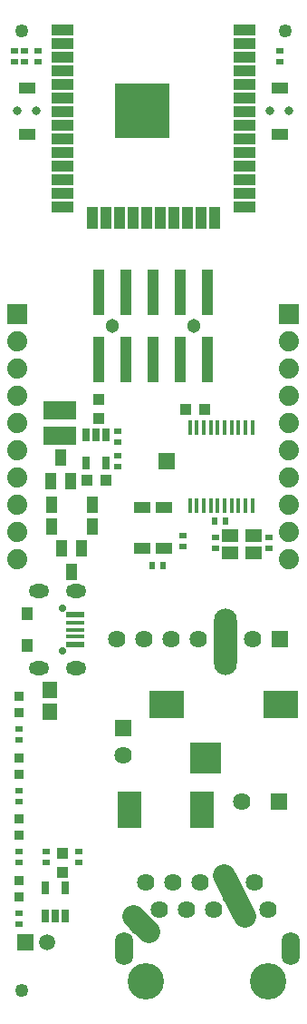
<source format=gbr>
G04 #@! TF.GenerationSoftware,KiCad,Pcbnew,6.0.0-unknown-d3777ea~100~ubuntu18.04.1*
G04 #@! TF.CreationDate,2019-05-24T15:58:07+03:00*
G04 #@! TF.ProjectId,ESP32-PoE-ISO_Rev_C,45535033-322d-4506-9f45-2d49534f5f52,C*
G04 #@! TF.SameCoordinates,Original*
G04 #@! TF.FileFunction,Soldermask,Top*
G04 #@! TF.FilePolarity,Negative*
%FSLAX46Y46*%
G04 Gerber Fmt 4.6, Leading zero omitted, Abs format (unit mm)*
G04 Created by KiCad (PCBNEW 6.0.0-unknown-d3777ea~100~ubuntu18.04.1) date 2019-05-24 15:58:07*
%MOMM*%
%LPD*%
G04 APERTURE LIST*
%ADD10R,2.101600X1.001600*%
%ADD11R,1.001600X2.101600*%
%ADD12R,5.101600X5.101600*%
%ADD13C,2.101600*%
%ADD14R,1.601600X1.001600*%
%ADD15C,0.801600*%
%ADD16C,3.401601*%
%ADD17O,1.701600X3.101599*%
%ADD18C,1.625600*%
%ADD19R,3.101600X1.701600*%
%ADD20R,1.625600X1.625600*%
%ADD21R,1.501600X1.501600*%
%ADD22C,1.501600*%
%ADD23R,2.901599X2.901599*%
%ADD24R,1.501600X1.301600*%
%ADD25R,2.301600X3.501600*%
%ADD26R,1.501600X1.101600*%
%ADD27C,2.133600*%
%ADD28C,2.133600*%
%ADD29R,1.101600X1.501600*%
%ADD30R,0.651600X0.601600*%
%ADD31R,0.651600X1.301600*%
%ADD32R,1.371600X1.625600*%
%ADD33R,0.901600X0.901600*%
%ADD34R,0.601600X0.651600*%
%ADD35C,1.879600*%
%ADD36R,1.879600X1.879600*%
%ADD37R,1.117600X1.117600*%
%ADD38R,0.426600X1.371600*%
%ADD39C,1.254000*%
%ADD40R,1.524000X1.524000*%
%ADD41R,3.301600X2.601600*%
%ADD42O,2.133600X6.197600*%
%ADD43C,1.301600*%
%ADD44R,1.101600X4.351600*%
%ADD45R,1.751600X0.601600*%
%ADD46R,1.751600X0.426600*%
%ADD47C,0.701600*%
%ADD48R,1.101600X1.201600*%
%ADD49O,1.901600X1.301600*%
G04 APERTURE END LIST*
D10*
X95640000Y-96725000D03*
X95640000Y-97995000D03*
X95640000Y-99265000D03*
X95640000Y-100535000D03*
X95640000Y-101805000D03*
X95640000Y-103075000D03*
X95640000Y-104345000D03*
X95640000Y-105615000D03*
X95640000Y-106885000D03*
X95640000Y-108155000D03*
X95640000Y-109425000D03*
X95640000Y-110695000D03*
X95640000Y-111965000D03*
X95640000Y-113235000D03*
D11*
X98440000Y-114235000D03*
X99710000Y-114235000D03*
X100980000Y-114235000D03*
X102250000Y-114235000D03*
X103520000Y-114235000D03*
X104790000Y-114235000D03*
X106060000Y-114235000D03*
X107330000Y-114235000D03*
X108600000Y-114235000D03*
X109870000Y-114235000D03*
D10*
X112640000Y-113235000D03*
X112640000Y-111965000D03*
X112640000Y-110695000D03*
X112640000Y-109425000D03*
X112640000Y-108155000D03*
X112640000Y-106885000D03*
X112640000Y-105615000D03*
X112640000Y-104345000D03*
X112640000Y-103075000D03*
X112640000Y-101805000D03*
X112640000Y-100535000D03*
X112640000Y-99265000D03*
X112640000Y-97995000D03*
X112640000Y-96725000D03*
D12*
X103140000Y-104235000D03*
D13*
X103140000Y-104235000D03*
D14*
X115959000Y-106444000D03*
X115959000Y-102090000D03*
D15*
X115059000Y-104267000D03*
X116859000Y-104267000D03*
D14*
X92321000Y-106444000D03*
X92321000Y-102090000D03*
D15*
X91421000Y-104267000D03*
X93221000Y-104267000D03*
D16*
X114915000Y-185443000D03*
X103485000Y-185443000D03*
D17*
X117000000Y-182393000D03*
X101400000Y-182393000D03*
D18*
X114915000Y-178793000D03*
X113645000Y-176253000D03*
X109835000Y-178793000D03*
X108565000Y-176253000D03*
X107295000Y-178793000D03*
X106025000Y-176253000D03*
X104755000Y-178793000D03*
X103485000Y-176253000D03*
D19*
X95377000Y-132150000D03*
X95377000Y-134550000D03*
D18*
X113411000Y-153543000D03*
D20*
X115951000Y-153543000D03*
D18*
X108331000Y-153543000D03*
X105791000Y-153543000D03*
X100711000Y-153543000D03*
X103251000Y-153543000D03*
D21*
X92209620Y-181759860D03*
D22*
X94221300Y-181757320D03*
D23*
X109077000Y-164592000D03*
D24*
X111338000Y-143853000D03*
X113538000Y-145453000D03*
X113538000Y-143853000D03*
X111338000Y-145453000D03*
D25*
X108683000Y-169418000D03*
X101883000Y-169418000D03*
D18*
X112423000Y-168656000D03*
D20*
X115923000Y-168656000D03*
D18*
X101346000Y-164318000D03*
D20*
X101346000Y-161818000D03*
D26*
X105156000Y-145029000D03*
X105156000Y-141229000D03*
X103124000Y-145029000D03*
X103124000Y-141229000D03*
D27*
X102971600Y-180098700D03*
D28*
X102253180Y-179380280D02*
X103690020Y-180817120D01*
D29*
X94620000Y-140970000D03*
X98420000Y-140970000D03*
X98420000Y-143002000D03*
X94620000Y-143002000D03*
D30*
X92075000Y-99695000D03*
X92075000Y-98679000D03*
X91186000Y-98679000D03*
X91186000Y-99695000D03*
X94107000Y-173355000D03*
X94107000Y-174371000D03*
D31*
X94046000Y-179354000D03*
X94996000Y-179354000D03*
X95946000Y-179354000D03*
X94046000Y-176754000D03*
X95946000Y-176754000D03*
D32*
X94488000Y-158242000D03*
X94488000Y-160274000D03*
D33*
X91567000Y-164592000D03*
X91567000Y-166116000D03*
X91567000Y-160401000D03*
X91567000Y-158877000D03*
D30*
X97155000Y-173355000D03*
X97155000Y-174371000D03*
X100838000Y-137414000D03*
X100838000Y-136398000D03*
X100838000Y-134112000D03*
X100838000Y-135128000D03*
X91567000Y-174371000D03*
X91567000Y-173355000D03*
X91567000Y-162941000D03*
X91567000Y-161925000D03*
X91567000Y-168656000D03*
X91567000Y-167640000D03*
X91567000Y-180086000D03*
X91567000Y-179070000D03*
D34*
X104013000Y-146685000D03*
X105029000Y-146685000D03*
X110871000Y-142494000D03*
X109855000Y-142494000D03*
D35*
X116840000Y-146080000D03*
X116840000Y-143540000D03*
X116840000Y-138460000D03*
X116840000Y-141000000D03*
X116840000Y-135920000D03*
X116840000Y-133380000D03*
D36*
X116840000Y-123220000D03*
D35*
X116840000Y-125760000D03*
X116840000Y-128300000D03*
X116840000Y-130840000D03*
X91440000Y-130840000D03*
X91440000Y-128300000D03*
X91440000Y-125760000D03*
D36*
X91440000Y-123220000D03*
D35*
X91440000Y-133380000D03*
X91440000Y-135920000D03*
X91440000Y-141000000D03*
X91440000Y-138460000D03*
X91440000Y-143540000D03*
X91440000Y-146080000D03*
D37*
X99695000Y-138684000D03*
X97917000Y-138684000D03*
X95631000Y-173482000D03*
X95631000Y-175260000D03*
D31*
X99756000Y-134463000D03*
X98806000Y-134463000D03*
X97856000Y-134463000D03*
X99756000Y-137063000D03*
X97856000Y-137063000D03*
D38*
X107565000Y-141033500D03*
X108215000Y-141033500D03*
X108865000Y-141033500D03*
X109515000Y-141033500D03*
X110165000Y-141033500D03*
X110815000Y-141033500D03*
X111465000Y-141033500D03*
X112115000Y-141033500D03*
X112765000Y-141033500D03*
X113415000Y-141033500D03*
X113415000Y-133794500D03*
X112765000Y-133794500D03*
X112115000Y-133794500D03*
X111465000Y-133794500D03*
X110815000Y-133794500D03*
X110165000Y-133794500D03*
X109515000Y-133794500D03*
X108865000Y-133794500D03*
X108215000Y-133794500D03*
X107565000Y-133794500D03*
D39*
X91821000Y-186309000D03*
X116459000Y-96774000D03*
X91821000Y-96774000D03*
D33*
X91567000Y-171831000D03*
X91567000Y-170307000D03*
D37*
X99060000Y-132969000D03*
X99060000Y-131191000D03*
D33*
X91567000Y-177546000D03*
X91567000Y-176022000D03*
D37*
X107188000Y-132080000D03*
X108966000Y-132080000D03*
D29*
X94554040Y-138775440D03*
X96456500Y-138775440D03*
X95501460Y-136565640D03*
X97469960Y-145069560D03*
X95567500Y-145069560D03*
X96522540Y-147279360D03*
D30*
X115951000Y-98679000D03*
X115951000Y-99695000D03*
X114935000Y-145034000D03*
X114935000Y-144018000D03*
D40*
X105410000Y-136906000D03*
D30*
X109982000Y-144018000D03*
X109982000Y-145034000D03*
X93345000Y-99695000D03*
X93345000Y-98679000D03*
D41*
X116094000Y-159639000D03*
X105394000Y-159639000D03*
D30*
X106934000Y-144907000D03*
X106934000Y-143891000D03*
D42*
X110871000Y-153733500D03*
D27*
X111696500Y-177419000D03*
D28*
X110716335Y-175495317D02*
X112676665Y-179342683D01*
D43*
X107950000Y-124333000D03*
D44*
X99060000Y-127458000D03*
X99060000Y-121208000D03*
X101600000Y-127458000D03*
X101600000Y-121208000D03*
X104140000Y-127458000D03*
X104140000Y-121208000D03*
X106680000Y-127458000D03*
X106680000Y-121208000D03*
X109220000Y-127458000D03*
X109220000Y-121208000D03*
D43*
X100330000Y-124333000D03*
D45*
X96876000Y-151266500D03*
D46*
X96876000Y-152004000D03*
X96876000Y-152654000D03*
X96876000Y-153304000D03*
D45*
X96876000Y-154041500D03*
D47*
X95626000Y-150654000D03*
X95626000Y-154654000D03*
D48*
X92326000Y-151154000D03*
X92326000Y-154154000D03*
D49*
X93476000Y-149054000D03*
X96946000Y-149054000D03*
X96946000Y-156254000D03*
X93476000Y-156254000D03*
M02*

</source>
